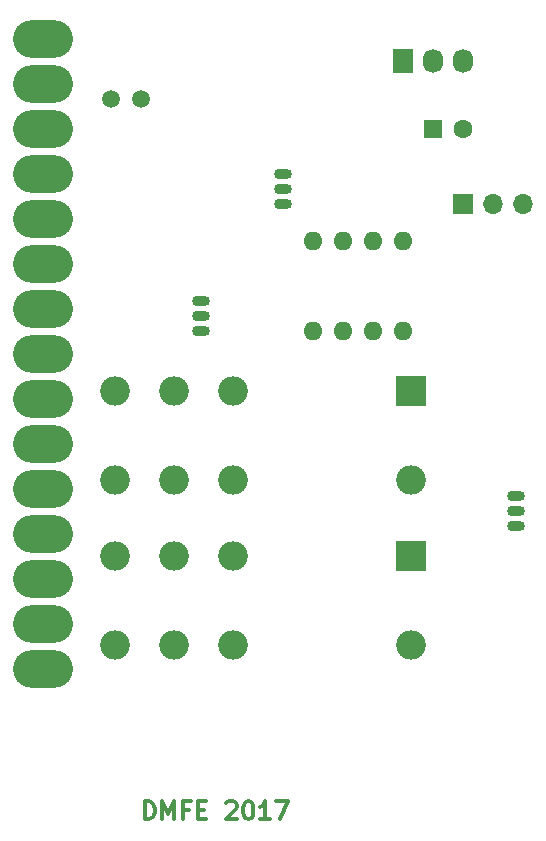
<source format=gbr>
G04 #@! TF.GenerationSoftware,KiCad,Pcbnew,(5.99.0-218-g4a79b08ca)*
G04 #@! TF.CreationDate,2019-10-24T17:32:45-07:00*
G04 #@! TF.ProjectId,RCSMCtrl,5243534d-4374-4726-9c2e-6b696361645f,NC*
G04 #@! TF.SameCoordinates,Original*
G04 #@! TF.FileFunction,Soldermask,Bot*
G04 #@! TF.FilePolarity,Negative*
%FSLAX46Y46*%
G04 Gerber Fmt 4.6, Leading zero omitted, Abs format (unit mm)*
G04 Created by KiCad (PCBNEW (5.99.0-218-g4a79b08ca)) date 2019-10-24 17:32:45*
%MOMM*%
%LPD*%
G04 APERTURE LIST*
%ADD10C,0.300000*%
%ADD11O,1.700000X1.700000*%
%ADD12R,1.700000X1.700000*%
%ADD13C,1.600000*%
%ADD14R,1.600000X1.600000*%
%ADD15R,2.500000X2.500000*%
%ADD16O,2.500000X2.500000*%
%ADD17O,5.080000X3.175000*%
%ADD18C,1.501140*%
%ADD19O,1.600000X1.600000*%
%ADD20R,1.727200X2.032000*%
%ADD21O,1.727200X2.032000*%
%ADD22O,1.501140X0.899160*%
G04 APERTURE END LIST*
D10*
X109570000Y-117518571D02*
X109570000Y-116018571D01*
X109927142Y-116018571D01*
X110141428Y-116090000D01*
X110284285Y-116232857D01*
X110355714Y-116375714D01*
X110427142Y-116661428D01*
X110427142Y-116875714D01*
X110355714Y-117161428D01*
X110284285Y-117304285D01*
X110141428Y-117447142D01*
X109927142Y-117518571D01*
X109570000Y-117518571D01*
X111070000Y-117518571D02*
X111070000Y-116018571D01*
X111570000Y-117090000D01*
X112070000Y-116018571D01*
X112070000Y-117518571D01*
X113284285Y-116732857D02*
X112784285Y-116732857D01*
X112784285Y-117518571D02*
X112784285Y-116018571D01*
X113498571Y-116018571D01*
X114070000Y-116732857D02*
X114570000Y-116732857D01*
X114784285Y-117518571D02*
X114070000Y-117518571D01*
X114070000Y-116018571D01*
X114784285Y-116018571D01*
X116498571Y-116161428D02*
X116570000Y-116090000D01*
X116712857Y-116018571D01*
X117070000Y-116018571D01*
X117212857Y-116090000D01*
X117284285Y-116161428D01*
X117355714Y-116304285D01*
X117355714Y-116447142D01*
X117284285Y-116661428D01*
X116427142Y-117518571D01*
X117355714Y-117518571D01*
X118284285Y-116018571D02*
X118427142Y-116018571D01*
X118570000Y-116090000D01*
X118641428Y-116161428D01*
X118712857Y-116304285D01*
X118784285Y-116590000D01*
X118784285Y-116947142D01*
X118712857Y-117232857D01*
X118641428Y-117375714D01*
X118570000Y-117447142D01*
X118427142Y-117518571D01*
X118284285Y-117518571D01*
X118141428Y-117447142D01*
X118070000Y-117375714D01*
X117998571Y-117232857D01*
X117927142Y-116947142D01*
X117927142Y-116590000D01*
X117998571Y-116304285D01*
X118070000Y-116161428D01*
X118141428Y-116090000D01*
X118284285Y-116018571D01*
X120212857Y-117518571D02*
X119355714Y-117518571D01*
X119784285Y-117518571D02*
X119784285Y-116018571D01*
X119641428Y-116232857D01*
X119498571Y-116375714D01*
X119355714Y-116447142D01*
X120712857Y-116018571D02*
X121712857Y-116018571D01*
X121070000Y-117518571D01*
D11*
X141605000Y-65405000D03*
X139065000Y-65405000D03*
D12*
X136525000Y-65405000D03*
D13*
X136485000Y-59055000D03*
D14*
X133985000Y-59055000D03*
D15*
X132080000Y-81280000D03*
D16*
X117080000Y-81280000D03*
X112080000Y-81280000D03*
X107080000Y-81280000D03*
X107080000Y-88780000D03*
X112080000Y-88780000D03*
X117080000Y-88780000D03*
X132080000Y-88780000D03*
D17*
X100965000Y-51435000D03*
X100965000Y-55245000D03*
X100965000Y-59055000D03*
X100965000Y-62865000D03*
X100965000Y-66675000D03*
X100965000Y-70485000D03*
X100965000Y-74295000D03*
X100965000Y-78105000D03*
X100965000Y-81915000D03*
X100965000Y-85725000D03*
X100965000Y-89535000D03*
X100965000Y-93345000D03*
X100965000Y-97155000D03*
X100965000Y-100965000D03*
X100965000Y-104775000D03*
D18*
X106680000Y-56515000D03*
X109220000Y-56515000D03*
D19*
X123825000Y-76200000D03*
X126365000Y-76200000D03*
X128905000Y-76200000D03*
X131445000Y-76200000D03*
X131445000Y-68580000D03*
X128905000Y-68580000D03*
X126365000Y-68580000D03*
X123825000Y-68580000D03*
D20*
X131445000Y-53340000D03*
D21*
X133985000Y-53340000D03*
X136525000Y-53340000D03*
D22*
X140970000Y-91440000D03*
X140970000Y-92710000D03*
X140970000Y-90170000D03*
X121285000Y-64135000D03*
X121285000Y-65405000D03*
X121285000Y-62865000D03*
X114300000Y-74930000D03*
X114300000Y-73660000D03*
X114300000Y-76200000D03*
D16*
X132080000Y-102750000D03*
X117080000Y-102750000D03*
X112080000Y-102750000D03*
X107080000Y-102750000D03*
X107080000Y-95250000D03*
X112080000Y-95250000D03*
X117080000Y-95250000D03*
D15*
X132080000Y-95250000D03*
M02*

</source>
